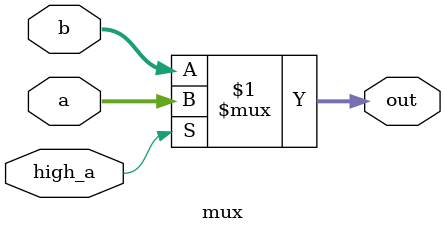
<source format=v>
`include "control.v"


module mux(input [4:0] a, b, input high_a, output [4:0] out);
    assign out = high_a ? a : b;
endmodule
</source>
